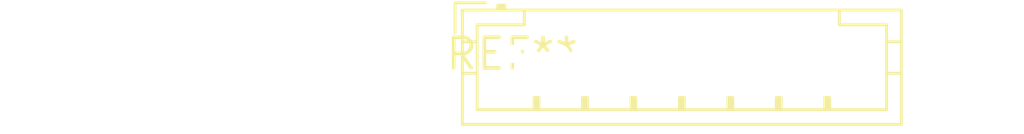
<source format=kicad_pcb>
(kicad_pcb (version 20240108) (generator pcbnew)
  (layers (0 "F.Cu" signal) (31 "B.Cu" signal) (34 "B.Paste" user) (35 "F.Paste" user) (36 "B.SilkS" user "B.Silkscreen") (37 "F.SilkS" user "F.Silkscreen") (38 "B.Mask" user) (39 "F.Mask" user) (44 "Edge.Cuts" user))
  (net 0 "")
  (footprint "JST_PH_B8B-PH-K_1x08_P2.00mm_Vertical" (layer "F.Cu") (at 0 0)
    (property "Reference" "REF**")
    (property "Value" "JST_PH_B8B-PH-K_1x08_P2.00mm_Vertical")
    (fp_line (start -2.36 -2.11) (end -2.36 -0.86) (layer "F.SilkS") (stroke (width 0.12)))
    (fp_line (start -2.06 -1.81) (end -2.06 2.91) (layer "F.SilkS") (stroke (width 0.12)))
    (fp_line (start -2.06 -0.5) (end -1.45 -0.5) (layer "F.SilkS") (stroke (width 0.12)))
    (fp_line (start -2.06 0.8) (end -1.45 0.8) (layer "F.SilkS") (stroke (width 0.12)))
    (fp_line (start -2.06 2.91) (end 16.06 2.91) (layer "F.SilkS") (stroke (width 0.12)))
    (fp_line (start -1.45 -1.2) (end -1.45 2.3) (layer "F.SilkS") (stroke (width 0.12)))
    (fp_line (start -1.45 2.3) (end 15.45 2.3) (layer "F.SilkS") (stroke (width 0.12)))
    (fp_line (start -1.11 -2.11) (end -2.36 -2.11) (layer "F.SilkS") (stroke (width 0.12)))
    (fp_line (start -0.6 -2.01) (end -0.6 -1.81) (layer "F.SilkS") (stroke (width 0.12)))
    (fp_line (start -0.3 -2.01) (end -0.6 -2.01) (layer "F.SilkS") (stroke (width 0.12)))
    (fp_line (start -0.3 -1.91) (end -0.6 -1.91) (layer "F.SilkS") (stroke (width 0.12)))
    (fp_line (start -0.3 -1.81) (end -0.3 -2.01) (layer "F.SilkS") (stroke (width 0.12)))
    (fp_line (start 0.5 -1.81) (end 0.5 -1.2) (layer "F.SilkS") (stroke (width 0.12)))
    (fp_line (start 0.5 -1.2) (end -1.45 -1.2) (layer "F.SilkS") (stroke (width 0.12)))
    (fp_line (start 0.9 1.8) (end 1.1 1.8) (layer "F.SilkS") (stroke (width 0.12)))
    (fp_line (start 0.9 2.3) (end 0.9 1.8) (layer "F.SilkS") (stroke (width 0.12)))
    (fp_line (start 1 2.3) (end 1 1.8) (layer "F.SilkS") (stroke (width 0.12)))
    (fp_line (start 1.1 1.8) (end 1.1 2.3) (layer "F.SilkS") (stroke (width 0.12)))
    (fp_line (start 2.9 1.8) (end 3.1 1.8) (layer "F.SilkS") (stroke (width 0.12)))
    (fp_line (start 2.9 2.3) (end 2.9 1.8) (layer "F.SilkS") (stroke (width 0.12)))
    (fp_line (start 3 2.3) (end 3 1.8) (layer "F.SilkS") (stroke (width 0.12)))
    (fp_line (start 3.1 1.8) (end 3.1 2.3) (layer "F.SilkS") (stroke (width 0.12)))
    (fp_line (start 4.9 1.8) (end 5.1 1.8) (layer "F.SilkS") (stroke (width 0.12)))
    (fp_line (start 4.9 2.3) (end 4.9 1.8) (layer "F.SilkS") (stroke (width 0.12)))
    (fp_line (start 5 2.3) (end 5 1.8) (layer "F.SilkS") (stroke (width 0.12)))
    (fp_line (start 5.1 1.8) (end 5.1 2.3) (layer "F.SilkS") (stroke (width 0.12)))
    (fp_line (start 6.9 1.8) (end 7.1 1.8) (layer "F.SilkS") (stroke (width 0.12)))
    (fp_line (start 6.9 2.3) (end 6.9 1.8) (layer "F.SilkS") (stroke (width 0.12)))
    (fp_line (start 7 2.3) (end 7 1.8) (layer "F.SilkS") (stroke (width 0.12)))
    (fp_line (start 7.1 1.8) (end 7.1 2.3) (layer "F.SilkS") (stroke (width 0.12)))
    (fp_line (start 8.9 1.8) (end 9.1 1.8) (layer "F.SilkS") (stroke (width 0.12)))
    (fp_line (start 8.9 2.3) (end 8.9 1.8) (layer "F.SilkS") (stroke (width 0.12)))
    (fp_line (start 9 2.3) (end 9 1.8) (layer "F.SilkS") (stroke (width 0.12)))
    (fp_line (start 9.1 1.8) (end 9.1 2.3) (layer "F.SilkS") (stroke (width 0.12)))
    (fp_line (start 10.9 1.8) (end 11.1 1.8) (layer "F.SilkS") (stroke (width 0.12)))
    (fp_line (start 10.9 2.3) (end 10.9 1.8) (layer "F.SilkS") (stroke (width 0.12)))
    (fp_line (start 11 2.3) (end 11 1.8) (layer "F.SilkS") (stroke (width 0.12)))
    (fp_line (start 11.1 1.8) (end 11.1 2.3) (layer "F.SilkS") (stroke (width 0.12)))
    (fp_line (start 12.9 1.8) (end 13.1 1.8) (layer "F.SilkS") (stroke (width 0.12)))
    (fp_line (start 12.9 2.3) (end 12.9 1.8) (layer "F.SilkS") (stroke (width 0.12)))
    (fp_line (start 13 2.3) (end 13 1.8) (layer "F.SilkS") (stroke (width 0.12)))
    (fp_line (start 13.1 1.8) (end 13.1 2.3) (layer "F.SilkS") (stroke (width 0.12)))
    (fp_line (start 13.5 -1.2) (end 13.5 -1.81) (layer "F.SilkS") (stroke (width 0.12)))
    (fp_line (start 15.45 -1.2) (end 13.5 -1.2) (layer "F.SilkS") (stroke (width 0.12)))
    (fp_line (start 15.45 2.3) (end 15.45 -1.2) (layer "F.SilkS") (stroke (width 0.12)))
    (fp_line (start 16.06 -1.81) (end -2.06 -1.81) (layer "F.SilkS") (stroke (width 0.12)))
    (fp_line (start 16.06 -0.5) (end 15.45 -0.5) (layer "F.SilkS") (stroke (width 0.12)))
    (fp_line (start 16.06 0.8) (end 15.45 0.8) (layer "F.SilkS") (stroke (width 0.12)))
    (fp_line (start 16.06 2.91) (end 16.06 -1.81) (layer "F.SilkS") (stroke (width 0.12)))
    (pad "1" thru_hole roundrect (at 0 0) (size 1.2 1.75) (drill 0.75) (layers *.Cu *.Mask) (remove_unused_layers) (roundrect_rratio 0.208333))
    (pad "2" thru_hole oval (at 2 0) (size 1.2 1.75) (drill 0.75) (layers *.Cu *.Mask) (remove_unused_layers))
    (pad "3" thru_hole oval (at 4 0) (size 1.2 1.75) (drill 0.75) (layers *.Cu *.Mask) (remove_unused_layers))
    (pad "4" thru_hole oval (at 6 0) (size 1.2 1.75) (drill 0.75) (layers *.Cu *.Mask) (remove_unused_layers))
    (pad "5" thru_hole oval (at 8 0) (size 1.2 1.75) (drill 0.75) (layers *.Cu *.Mask) (remove_unused_layers))
    (pad "6" thru_hole oval (at 10 0) (size 1.2 1.75) (drill 0.75) (layers *.Cu *.Mask) (remove_unused_layers))
    (pad "7" thru_hole oval (at 12 0) (size 1.2 1.75) (drill 0.75) (layers *.Cu *.Mask) (remove_unused_layers))
    (pad "8" thru_hole oval (at 14 0) (size 1.2 1.75) (drill 0.75) (layers *.Cu *.Mask) (remove_unused_layers))
  )
)
</source>
